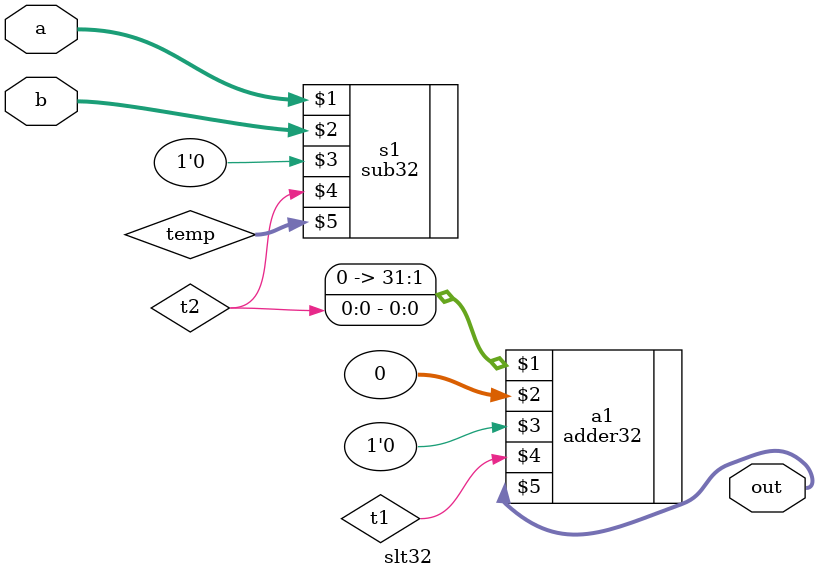
<source format=v>
`timescale 1ns / 1ps

module slt32(
    input [31:0] a,
    input [31:0] b,
    output [31:0] out
);
    wire [31:0] temp;
    wire t1,t2;
    sub32 s1(a,b,1'b0,t2,temp);
    adder32 a1({31'b0,t2},32'b0,1'b0,t1,out);
endmodule

</source>
